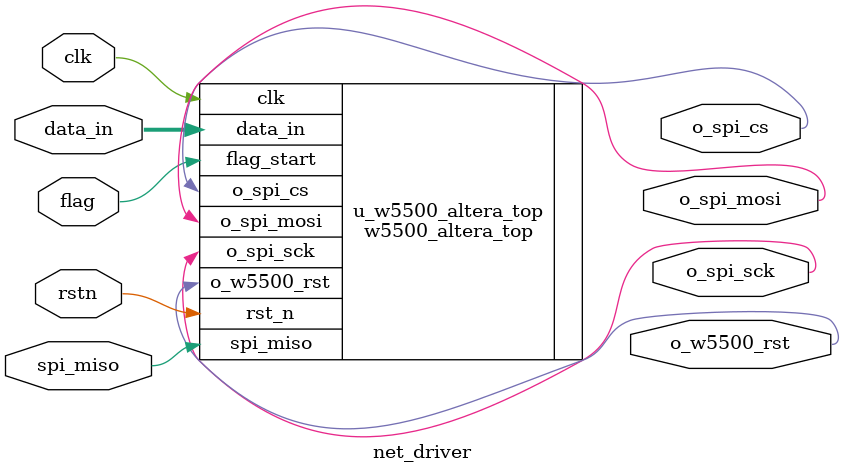
<source format=v>
module net_driver (
    	input 					clk			,
		input 					rstn		,
		input 					spi_miso	,
        input   wire	[7:00]	data_in		,
		input                   flag        ,

		output 					o_spi_cs	,
		output 					o_spi_sck	,
		output 					o_spi_mosi	,
		output 					o_w5500_rst	
		
);

	// localparam	

    w5500_altera_top u_w5500_altera_top(
		.clk			(clk            ),
		.rst_n			(rstn           ),
		.spi_miso		(spi_miso       ),
        .data_in        (data_in	    ),
		.flag_start	    (flag           ),

		.o_spi_cs		(o_spi_cs       ),
		.o_spi_sck	    (o_spi_sck      ),
		.o_spi_mosi	    (o_spi_mosi     ),
		.o_w5500_rst    (o_w5500_rst    )
	);



endmodule //net_driver
</source>
